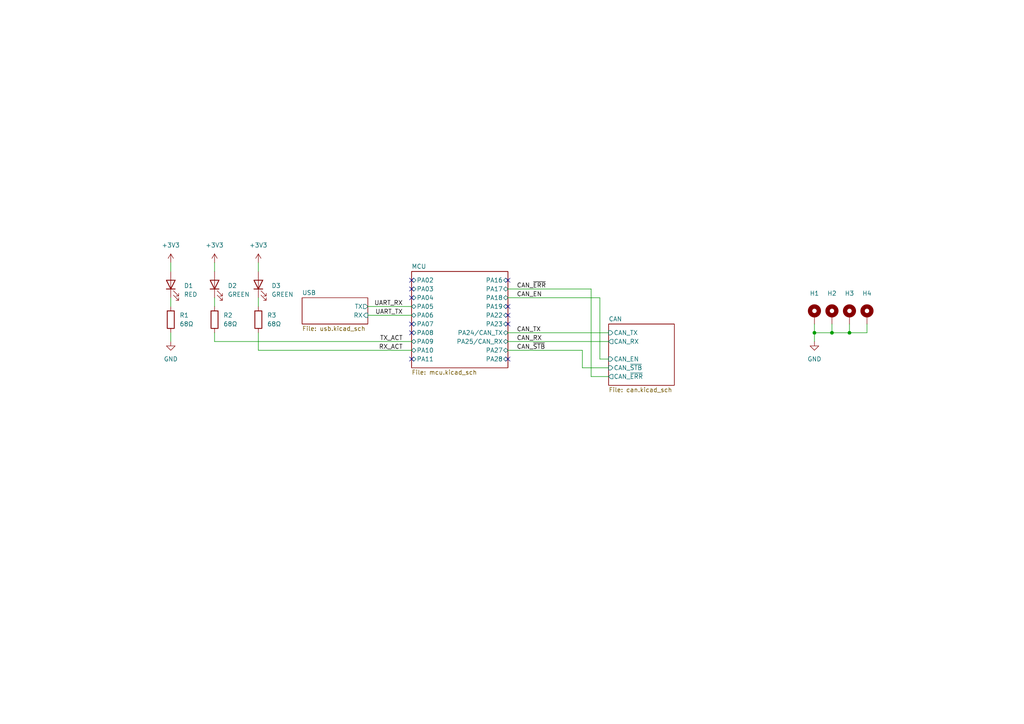
<source format=kicad_sch>
(kicad_sch (version 20211123) (generator eeschema)
  (paper "A4")
  (title_block (title "sam-fd") (date "2023-01-27") (rev "2") (company "Leon Rinkel") (comment 1 "leon@rinkel.me") (comment 2 "https://git.leon.fyi/leonrinkel/sam-fd"))
  (lib_symbols
    (symbol "Device:LED" (pin_numbers hide) (pin_names (offset 1.016) hide)
      (property "Reference" "D" (at 0 2.54 0))
      (property "Value" "LED" (at 0 -2.54 0))
      (symbol "LED_0_1"
        (polyline (pts (xy -1.27 -1.27) (xy -1.27 1.27)) (stroke (width 0.254)))
        (polyline (pts (xy -1.27 0) (xy 1.27 0)))
        (polyline (pts (xy 1.27 -1.27) (xy 1.27 1.27) (xy -1.27 0) (xy 1.27 -1.27)) (stroke (width 0.254)))
        (polyline (pts (xy -3.048 -0.762) (xy -4.572 -2.286) (xy -3.81 -2.286) (xy -4.572 -2.286) (xy -4.572 -1.524)))
        (polyline (pts (xy -1.778 -0.762) (xy -3.302 -2.286) (xy -2.54 -2.286) (xy -3.302 -2.286) (xy -3.302 -1.524)))
      )
      (symbol "LED_1_1"
        (pin passive line (at -3.81 0 0) (length 2.54) (name "K") (number "1"))
        (pin passive line (at 3.81 0 180) (length 2.54) (name "A") (number "2"))
      )
    )
    (symbol "Device:R" (pin_numbers hide) (pin_names (offset 0))
      (property "Reference" "R" (at 2.032 0 90))
      (property "Value" "R" (at 0 0 90))
      (symbol "R_0_1"
        (rectangle (start -1.016 -2.54) (end 1.016 2.54) (stroke (width 0.254)))
      )
      (symbol "R_1_1"
        (pin passive line (at 0 3.81 270) (length 1.27) (name "~") (number "1"))
        (pin passive line (at 0 -3.81 90) (length 1.27) (name "~") (number "2"))
      )
    )
    (symbol "Mechanical:MountingHole_Pad" (pin_numbers hide) (pin_names (offset 1.016) hide)
      (property "Reference" "H" (at 0 6.35 0))
      (property "Value" "MountingHole_Pad" (at 0 4.445 0))
      (symbol "MountingHole_Pad_0_1"
        (circle (center 0 1.27) (radius 1.27) (stroke (width 1.27)))
      )
      (symbol "MountingHole_Pad_1_1"
        (pin input line (at 0 -2.54 90) (length 2.54) (name "1") (number "1"))
      )
    )
    (symbol "power:+3V3" (power) (pin_names (offset 0))
      (property "Value" "+3V3" (at 0 3.556 0))
      (symbol "+3V3_0_1"
        (polyline (pts (xy -0.762 1.27) (xy 0 2.54)))
        (polyline (pts (xy 0 0) (xy 0 2.54)))
        (polyline (pts (xy 0 2.54) (xy 0.762 1.27)))
      )
      (symbol "+3V3_1_1"
        (pin power_in line (at 0 0 90) (length 0) hide (name "+3V3") (number "1"))
      )
    )
    (symbol "power:GND" (power) (pin_names (offset 0))
      (property "Value" "GND" (at 0 -3.81 0))
      (symbol "GND_0_1"
        (polyline (pts (xy 0 0) (xy 0 -1.27) (xy 1.27 -1.27) (xy 0 -2.54) (xy -1.27 -1.27) (xy 0 -1.27)))
      )
      (symbol "GND_1_1"
        (pin power_in line (at 0 0 270) (length 0) hide (name "GND") (number "1"))
      )
    )
  )
  (junction (at 236.22 96.52))
  (junction (at 241.3 96.52))
  (junction (at 246.38 96.52))
  (no_connect (at 147.32 93.98))
  (no_connect (at 147.32 88.9))
  (no_connect (at 119.38 104.14))
  (no_connect (at 119.38 81.28))
  (no_connect (at 119.38 96.52))
  (no_connect (at 147.32 81.28))
  (no_connect (at 147.32 91.44))
  (no_connect (at 147.32 104.14))
  (no_connect (at 119.38 86.36))
  (no_connect (at 119.38 83.82))
  (no_connect (at 119.38 93.98))
  (wire (pts (xy 62.23 76.2) (xy 62.23 78.74)))
  (wire (pts (xy 147.32 99.06) (xy 176.53 99.06)))
  (wire (pts (xy 251.46 93.98) (xy 251.46 96.52)))
  (wire (pts (xy 147.32 86.36) (xy 173.99 86.36)))
  (wire (pts (xy 62.23 86.36) (xy 62.23 88.9)))
  (wire (pts (xy 147.32 101.6) (xy 168.91 101.6)))
  (wire (pts (xy 176.53 109.22) (xy 171.45 109.22)))
  (wire (pts (xy 173.99 86.36) (xy 173.99 104.14)))
  (wire (pts (xy 62.23 99.06) (xy 119.38 99.06)))
  (wire (pts (xy 62.23 96.52) (xy 62.23 99.06)))
  (wire (pts (xy 147.32 83.82) (xy 171.45 83.82)))
  (wire (pts (xy 106.68 88.9) (xy 119.38 88.9)))
  (wire (pts (xy 49.53 86.36) (xy 49.53 88.9)))
  (wire (pts (xy 74.93 76.2) (xy 74.93 78.74)))
  (wire (pts (xy 236.22 96.52) (xy 241.3 96.52)))
  (wire (pts (xy 246.38 96.52) (xy 251.46 96.52)))
  (wire (pts (xy 241.3 93.98) (xy 241.3 96.52)))
  (wire (pts (xy 74.93 96.52) (xy 74.93 101.6)))
  (wire (pts (xy 49.53 96.52) (xy 49.53 99.06)))
  (wire (pts (xy 147.32 96.52) (xy 176.53 96.52)))
  (wire (pts (xy 171.45 109.22) (xy 171.45 83.82)))
  (wire (pts (xy 176.53 106.68) (xy 168.91 106.68)))
  (wire (pts (xy 236.22 96.52) (xy 236.22 99.06)))
  (wire (pts (xy 106.68 91.44) (xy 119.38 91.44)))
  (wire (pts (xy 74.93 101.6) (xy 119.38 101.6)))
  (wire (pts (xy 246.38 93.98) (xy 246.38 96.52)))
  (wire (pts (xy 241.3 96.52) (xy 246.38 96.52)))
  (wire (pts (xy 173.99 104.14) (xy 176.53 104.14)))
  (wire (pts (xy 168.91 106.68) (xy 168.91 101.6)))
  (wire (pts (xy 74.93 86.36) (xy 74.93 88.9)))
  (wire (pts (xy 236.22 93.98) (xy 236.22 96.52)))
  (wire (pts (xy 49.53 76.2) (xy 49.53 78.74)))
  (label "CAN_RX" (at 149.86 99.06 0))
  (label "CAN_TX" (at 149.86 96.52 0))
  (label "CAN_EN" (at 149.86 86.36 0))
  (label "CAN_~{ERR}" (at 149.86 83.82 0))
  (label "UART_RX" (at 116.84 88.9 180))
  (label "CAN_~{STB}" (at 149.86 101.6 0))
  (label "RX_ACT" (at 116.84 101.6 180))
  (label "TX_ACT" (at 116.84 99.06 180))
  (label "UART_TX" (at 116.84 91.44 180))
  (symbol (lib_id "Device:R") (at 74.93 92.71 0) (unit 1)
    (property "Reference" "R3" (at 77.47 91.4399 0) (effects (justify left)))
    (property "Value" "68Ω" (at 77.47 93.9799 0) (effects (justify left)))
    (property "Footprint" "Resistor_SMD:R_0402_1005Metric" (effects hide))
    (property "Datasheet" "./datasheets/PYu_RC_Group_51_RoHS_L_11-1984063.pdf" (effects hide))
    (property "Mfr." "YAGEO" (effects hide))
    (property "Mfr. No" "RC0402FR-0768RL" (effects hide))
    (property "Mouser No" "603-RC0402FR-0768RL" (effects hide))
  )
  (symbol (lib_id "power:+3V3") (at 49.53 76.2 0) (unit 1)
    (property "Reference" "#PWR0104" (effects hide))
    (property "Value" "+3V3" (at 49.53 71.12 0))
  )
  (symbol (lib_id "Mechanical:MountingHole_Pad") (at 241.3 91.44 0) (unit 1)
    (property "Reference" "H2" (at 241.3 85.09 0))
    (property "Value" "MountingHole_Pad" (effects hide))
    (property "Footprint" "MountingHole:MountingHole_2.2mm_M2_Pad_Via" (effects hide))
  )
  (symbol (lib_id "power:GND") (at 236.22 99.06 0) (unit 1)
    (property "Reference" "#PWR0101" (effects hide))
    (property "Value" "GND" (at 236.22 104.14 0))
  )
  (symbol (lib_id "Mechanical:MountingHole_Pad") (at 251.46 91.44 0) (unit 1)
    (property "Reference" "H4" (at 251.46 85.09 0))
    (property "Value" "MountingHole_Pad" (effects hide))
    (property "Footprint" "MountingHole:MountingHole_2.2mm_M2_Pad_Via" (effects hide))
  )
  (symbol (lib_id "Mechanical:MountingHole_Pad") (at 246.38 91.44 0) (unit 1)
    (property "Reference" "H3" (at 246.38 85.09 0))
    (property "Value" "MountingHole_Pad" (effects hide))
    (property "Footprint" "MountingHole:MountingHole_2.2mm_M2_Pad_Via" (effects hide))
  )
  (symbol (lib_id "Device:LED") (at 49.53 82.55 90) (unit 1)
    (property "Reference" "D1" (at 53.34 82.8674 90) (effects (justify right)))
    (property "Value" "RED" (at 53.34 85.4074 90) (effects (justify right)))
    (property "Footprint" "LED_SMD:LED_0603_1608Metric" (effects hide))
    (property "Datasheet" "./datasheets/LTST_C190KRKT-1141828.pdf" (effects hide))
    (property "Mfr." "Lite-On" (effects hide))
    (property "Mfr. No" "LTST-C190KRKT" (effects hide))
    (property "Mouser No" "859-LTST-C190KRKT" (effects hide))
  )
  (symbol (lib_id "power:+3V3") (at 74.93 76.2 0) (unit 1)
    (property "Reference" "#PWR0103" (effects hide))
    (property "Value" "+3V3" (at 74.93 71.12 0))
  )
  (symbol (lib_id "Mechanical:MountingHole_Pad") (at 236.22 91.44 0) (unit 1)
    (property "Reference" "H1" (at 236.22 85.09 0))
    (property "Value" "MountingHole_Pad" (effects hide))
    (property "Footprint" "MountingHole:MountingHole_2.2mm_M2_Pad_Via" (effects hide))
  )
  (symbol (lib_id "power:+3V3") (at 62.23 76.2 0) (unit 1)
    (property "Reference" "#PWR0105" (effects hide))
    (property "Value" "+3V3" (at 62.23 71.12 0))
  )
  (symbol (lib_id "Device:LED") (at 62.23 82.55 90) (unit 1)
    (property "Reference" "D2" (at 66.04 82.8674 90) (effects (justify right)))
    (property "Value" "GREEN" (at 66.04 85.4074 90) (effects (justify right)))
    (property "Footprint" "LED_SMD:LED_0603_1608Metric" (effects hide))
    (property "Datasheet" "./datasheets/LTST_C190KGKT-1141861.pdf" (effects hide))
    (property "Mfr." "Lite-On" (effects hide))
    (property "Mfr. No" "LTST-C190KGKT" (effects hide))
    (property "Mouser No" "859-LTST-C190KGKT" (effects hide))
  )
  (symbol (lib_id "power:GND") (at 49.53 99.06 0) (unit 1)
    (property "Reference" "#PWR0102" (effects hide))
    (property "Value" "GND" (at 49.53 104.14 0))
  )
  (symbol (lib_id "Device:LED") (at 74.93 82.55 90) (unit 1)
    (property "Reference" "D3" (at 78.74 82.8674 90) (effects (justify right)))
    (property "Value" "GREEN" (at 78.74 85.4074 90) (effects (justify right)))
    (property "Footprint" "LED_SMD:LED_0603_1608Metric" (effects hide))
    (property "Datasheet" "./datasheets/LTST_C190KGKT-1141861.pdf" (effects hide))
    (property "Mfr." "Lite-On" (effects hide))
    (property "Mfr. No" "LTST-C190KGKT" (effects hide))
    (property "Mouser No" "859-LTST-C190KGKT" (effects hide))
  )
  (symbol (lib_id "Device:R") (at 62.23 92.71 0) (unit 1)
    (property "Reference" "R2" (at 64.77 91.4399 0) (effects (justify left)))
    (property "Value" "68Ω" (at 64.77 93.9799 0) (effects (justify left)))
    (property "Footprint" "Resistor_SMD:R_0402_1005Metric" (effects hide))
    (property "Datasheet" "./datasheets/PYu_RC_Group_51_RoHS_L_11-1984063.pdf" (effects hide))
    (property "Mfr." "YAGEO" (effects hide))
    (property "Mfr. No" "RC0402FR-0768RL" (effects hide))
    (property "Mouser No" "603-RC0402FR-0768RL" (effects hide))
  )
  (symbol (lib_id "Device:R") (at 49.53 92.71 0) (unit 1)
    (property "Reference" "R1" (at 52.07 91.4399 0) (effects (justify left)))
    (property "Value" "68Ω" (at 52.07 93.9799 0) (effects (justify left)))
    (property "Footprint" "Resistor_SMD:R_0402_1005Metric" (effects hide))
    (property "Datasheet" "./datasheets/PYu_RC_Group_51_RoHS_L_11-1984063.pdf" (effects hide))
    (property "Mfr." "YAGEO" (effects hide))
    (property "Mfr. No" "RC0402FR-0768RL" (effects hide))
    (property "Mouser No" "603-RC0402FR-0768RL" (effects hide))
  )
  (sheet (at 119.38 78.74) (size 27.94 27.94) (stroke (width 0.1524))
    (property "Sheet name" "MCU" (at 119.38 78.0284 0) (effects (justify left bottom)))
    (property "Sheet file" "mcu.kicad_sch" (at 119.38 107.2646 0) (effects (justify left top)))
    (pin "PA17" bidirectional (at 147.32 83.82 0))
    (pin "PA18" bidirectional (at 147.32 86.36 0))
    (pin "PA19" bidirectional (at 147.32 88.9 0))
    (pin "PA16" bidirectional (at 147.32 81.28 0))
    (pin "PA22" bidirectional (at 147.32 91.44 0))
    (pin "PA23" bidirectional (at 147.32 93.98 0))
    (pin "PA24{slash}CAN_TX" bidirectional (at 147.32 96.52 0))
    (pin "PA25{slash}CAN_RX" bidirectional (at 147.32 99.06 0))
    (pin "PA27" bidirectional (at 147.32 101.6 0))
    (pin "PA28" bidirectional (at 147.32 104.14 0))
    (pin "PA02" bidirectional (at 119.38 81.28 180))
    (pin "PA03" bidirectional (at 119.38 83.82 180))
    (pin "PA04" bidirectional (at 119.38 86.36 180))
    (pin "PA05" bidirectional (at 119.38 88.9 180))
    (pin "PA06" bidirectional (at 119.38 91.44 180))
    (pin "PA07" bidirectional (at 119.38 93.98 180))
    (pin "PA08" bidirectional (at 119.38 96.52 180))
    (pin "PA09" bidirectional (at 119.38 99.06 180))
    (pin "PA10" bidirectional (at 119.38 101.6 180))
    (pin "PA11" bidirectional (at 119.38 104.14 180))
  )
  (sheet (at 87.63 86.36) (size 19.05 7.62) (stroke (width 0.1524))
    (property "Sheet name" "USB" (at 87.63 85.6484 0) (effects (justify left bottom)))
    (property "Sheet file" "usb.kicad_sch" (at 87.63 94.5646 0) (effects (justify left top)))
    (pin "RX" input (at 106.68 91.44 0))
    (pin "TX" output (at 106.68 88.9 0))
  )
  (sheet (at 176.53 93.98) (size 19.05 17.78) (stroke (width 0.1524))
    (property "Sheet name" "CAN" (at 176.53 93.2684 0) (effects (justify left bottom)))
    (property "Sheet file" "can.kicad_sch" (at 176.53 112.3446 0) (effects (justify left top)))
    (pin "CAN_RX" output (at 176.53 99.06 180))
    (pin "CAN_EN" input (at 176.53 104.14 180))
    (pin "CAN_~{STB}" input (at 176.53 106.68 180))
    (pin "CAN_~{ERR}" output (at 176.53 109.22 180))
    (pin "CAN_TX" input (at 176.53 96.52 180))
  )
)
</source>
